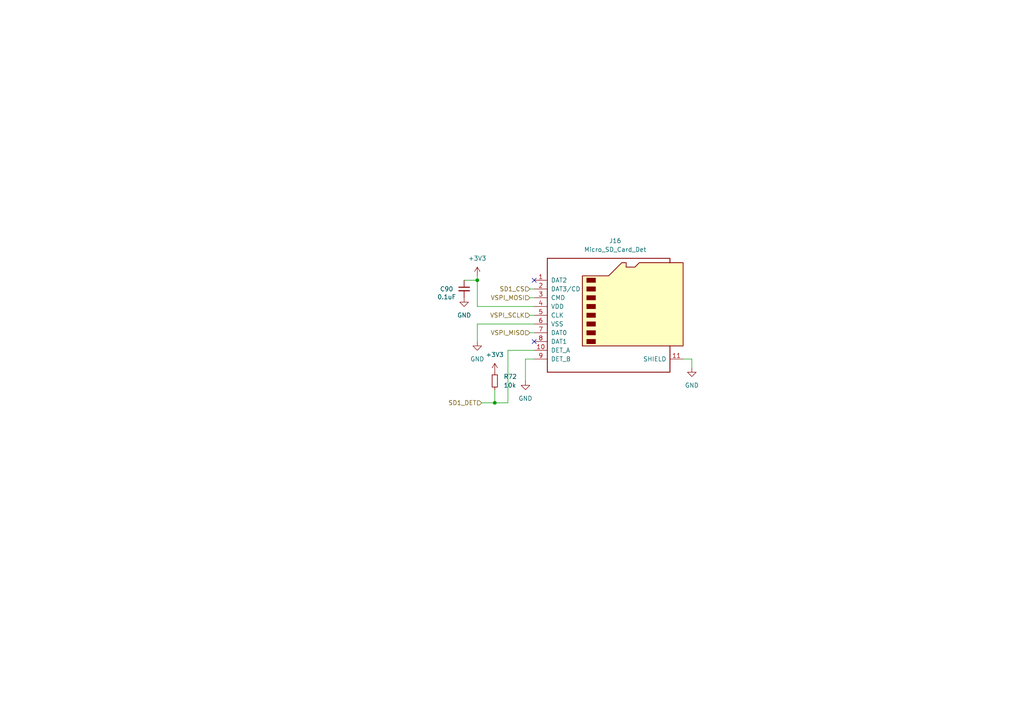
<source format=kicad_sch>
(kicad_sch (version 20240417) (generator "eeschema") (generator_version "8.99")
  (paper "A4")
  (lib_symbols
    (symbol "Connector:Micro_SD_Card_Det" (pin_names (offset 1.016))
      (property "Reference" "J" (at -16.51 17.78 0))
      (property "Value" "Micro_SD_Card_Det" (at 16.51 17.78 0))
      (symbol "Micro_SD_Card_Det_0_1"
        (polyline (pts (xy -8.89 -8.89) (xy -8.89 11.43) (xy -1.27 11.43) (xy 2.54 15.24) (xy 3.81 15.24) (xy 3.81 13.97) (xy 6.35 13.97) (xy 7.62 15.24) (xy 20.32 15.24) (xy 20.32 -8.89) (xy -8.89 -8.89)) (stroke (width 0.254)) (fill (type background)))
        (rectangle (start -7.62 10.795) (end -5.08 9.525) (fill (type outline)))
        (rectangle (start -7.62 8.255) (end -5.08 6.985) (fill (type outline)))
        (rectangle (start -7.62 5.715) (end -5.08 4.445) (fill (type outline)))
        (rectangle (start -7.62 3.175) (end -5.08 1.905) (fill (type outline)))
        (rectangle (start -7.62 0.635) (end -5.08 -0.635) (fill (type outline)))
        (rectangle (start -7.62 -1.905) (end -5.08 -3.175) (fill (type outline)))
        (rectangle (start -7.62 -4.445) (end -5.08 -5.715) (fill (type outline)))
        (rectangle (start -7.62 -6.985) (end -5.08 -8.255) (fill (type outline)))
        (polyline (pts (xy 16.51 15.24) (xy 16.51 16.51) (xy -19.05 16.51) (xy -19.05 -16.51) (xy 16.51 -16.51) (xy 16.51 -8.89)) (stroke (width 0.254)))
      )
      (symbol "Micro_SD_Card_Det_1_1"
        (pin bidirectional line (at -22.86 10.16 0) (length 3.81) (name "DAT2") (number "1"))
        (pin passive line (at -22.86 -10.16 0) (length 3.81) (name "DET_A") (number "10"))
        (pin passive line (at 20.32 -12.7 180) (length 3.81) (name "SHIELD") (number "11"))
        (pin bidirectional line (at -22.86 7.62 0) (length 3.81) (name "DAT3/CD") (number "2"))
        (pin input line (at -22.86 5.08 0) (length 3.81) (name "CMD") (number "3"))
        (pin power_in line (at -22.86 2.54 0) (length 3.81) (name "VDD") (number "4"))
        (pin input line (at -22.86 0 0) (length 3.81) (name "CLK") (number "5"))
        (pin power_in line (at -22.86 -2.54 0) (length 3.81) (name "VSS") (number "6"))
        (pin bidirectional line (at -22.86 -5.08 0) (length 3.81) (name "DAT0") (number "7"))
        (pin bidirectional line (at -22.86 -7.62 0) (length 3.81) (name "DAT1") (number "8"))
        (pin passive line (at -22.86 -12.7 0) (length 3.81) (name "DET_B") (number "9"))
      )
    )
    (symbol "Device:C_Small" (pin_numbers hide) (pin_names (offset 0.254) hide)
      (property "Reference" "C" (at 0.254 1.778 0))
      (property "Value" "C_Small" (at 0.254 -2.032 0))
      (symbol "C_Small_0_1"
        (polyline (pts (xy -1.524 0.508) (xy 1.524 0.508)) (stroke (width 0.3048)))
        (polyline (pts (xy -1.524 -0.508) (xy 1.524 -0.508)) (stroke (width 0.3302)))
      )
      (symbol "C_Small_1_1"
        (pin passive line (at 0 2.54 270) (length 2.032) (name "~") (number "1"))
        (pin passive line (at 0 -2.54 90) (length 2.032) (name "~") (number "2"))
      )
    )
    (symbol "Device:R_Small" (pin_numbers hide) (pin_names (offset 0.254) hide)
      (property "Reference" "R" (at 0.762 0.508 0))
      (property "Value" "R_Small" (at 0.762 -1.016 0))
      (symbol "R_Small_0_1"
        (rectangle (start -0.762 1.778) (end 0.762 -1.778) (stroke (width 0.2032)))
      )
      (symbol "R_Small_1_1"
        (pin passive line (at 0 2.54 270) (length 0.762) (name "~") (number "1"))
        (pin passive line (at 0 -2.54 90) (length 0.762) (name "~") (number "2"))
      )
    )
    (symbol "power:+3.3V" (power) (pin_names (offset 0))
      (property "Value" "+3.3V" (at 0 3.556 0))
      (symbol "+3.3V_0_1"
        (polyline (pts (xy -0.762 1.27) (xy 0 2.54)))
        (polyline (pts (xy 0 2.54) (xy 0.762 1.27)))
        (polyline (pts (xy 0 0) (xy 0 2.54)))
      )
      (symbol "+3.3V_1_1"
        (pin power_in line (at 0 0 90) (length 0) hide (name "+3V3") (number "1"))
      )
    )
    (symbol "power:GND" (power) (pin_names (offset 0))
      (property "Value" "GND" (at 0 -3.81 0))
      (symbol "GND_0_1"
        (polyline (pts (xy 0 0) (xy 0 -1.27) (xy 1.27 -1.27) (xy 0 -2.54) (xy -1.27 -1.27) (xy 0 -1.27)))
      )
      (symbol "GND_1_1"
        (pin power_in line (at 0 0 270) (length 0) hide (name "GND") (number "1"))
      )
    )
  )
  (junction (at 138.43 81.28))
  (junction (at 143.51 116.84))
  (no_connect (at 154.94 99.06))
  (no_connect (at 154.94 81.28))
  (wire (pts (xy 152.4 104.14) (xy 152.4 110.49)))
  (wire (pts (xy 154.94 88.9) (xy 138.43 88.9)))
  (wire (pts (xy 147.32 101.6) (xy 147.32 116.84)))
  (wire (pts (xy 200.66 104.14) (xy 200.66 106.68)))
  (wire (pts (xy 138.43 93.98) (xy 138.43 99.06)))
  (wire (pts (xy 198.12 104.14) (xy 200.66 104.14)))
  (wire (pts (xy 138.43 80.01) (xy 138.43 81.28)))
  (wire (pts (xy 153.67 91.44) (xy 154.94 91.44)))
  (wire (pts (xy 134.62 81.28) (xy 138.43 81.28)))
  (wire (pts (xy 139.7 116.84) (xy 143.51 116.84)))
  (wire (pts (xy 153.67 96.52) (xy 154.94 96.52)))
  (wire (pts (xy 154.94 104.14) (xy 152.4 104.14)))
  (wire (pts (xy 154.94 101.6) (xy 147.32 101.6)))
  (wire (pts (xy 138.43 81.28) (xy 138.43 88.9)))
  (wire (pts (xy 153.67 83.82) (xy 154.94 83.82)))
  (wire (pts (xy 147.32 116.84) (xy 143.51 116.84)))
  (wire (pts (xy 154.94 93.98) (xy 138.43 93.98)))
  (wire (pts (xy 153.67 86.36) (xy 154.94 86.36)))
  (wire (pts (xy 143.51 113.03) (xy 143.51 116.84)))
  (hierarchical_label "VSPI_MISO" (shape input) (at 153.67 96.52 180))
  (hierarchical_label "VSPI_MOSI" (shape input) (at 153.67 86.36 180))
  (hierarchical_label "VSPI_SCLK" (shape input) (at 153.67 91.44 180))
  (hierarchical_label "SD1_DET" (shape input) (at 139.7 116.84 180))
  (hierarchical_label "SD1_CS" (shape input) (at 153.67 83.82 180))
  (symbol (lib_id "Device:C_Small") (at 134.62 83.82 0) (unit 1)
    (property "Reference" "C90" (at 129.54 83.82 0))
    (property "Value" "0.1uF" (at 129.54 86.1314 0))
    (property "Footprint" "Capacitor_SMD:C_0402_1005Metric" (effects (hide yes)))
  )
  (symbol (lib_id "power:GND") (at 134.62 86.36 0) (unit 1)
    (property "Reference" "#PWR077" (effects (hide yes)))
    (property "Value" "GND" (at 134.62 91.44 0))
  )
  (symbol (lib_id "Device:R_Small") (at 143.51 110.49 0) (unit 1)
    (property "Reference" "R72" (at 146.05 109.2199 0) (effects (justify left)))
    (property "Value" "10k" (at 146.05 111.7599 0) (effects (justify left)))
    (property "Footprint" "Resistor_SMD:R_0402_1005Metric" (effects (hide yes)))
  )
  (symbol (lib_id "power:GND") (at 152.4 110.49 0) (unit 1)
    (property "Reference" "#PWR0160" (effects (hide yes)))
    (property "Value" "GND" (at 152.4 115.57 0))
  )
  (symbol (lib_id "power:+3.3V") (at 138.43 80.01 0) (unit 1)
    (property "Reference" "#PWR0157" (effects (hide yes)))
    (property "Value" "+3V3" (at 138.43 74.93 0))
  )
  (symbol (lib_id "power:GND") (at 138.43 99.06 0) (unit 1)
    (property "Reference" "#PWR0158" (effects (hide yes)))
    (property "Value" "GND" (at 138.43 104.14 0))
  )
  (symbol (lib_id "power:+3.3V") (at 143.51 107.95 0) (unit 1)
    (property "Reference" "#PWR0159" (effects (hide yes)))
    (property "Value" "+3V3" (at 143.51 102.87 0))
  )
  (symbol (lib_id "power:GND") (at 200.66 106.68 0) (unit 1)
    (property "Reference" "#PWR0161" (effects (hide yes)))
    (property "Value" "GND" (at 200.66 111.76 0))
  )
  (symbol (lib_id "Connector:Micro_SD_Card_Det") (at 177.8 91.44 0) (unit 1)
    (property "Reference" "J16" (at 178.435 69.85 0))
    (property "Value" "Micro_SD_Card_Det" (at 178.435 72.39 0))
    (property "Footprint" "Connector_Card:microSD_HC_Hirose_DM3AT-SF-PEJM5" (effects (hide yes)))
    (property "Datasheet" "https://www.hirose.com/product/en/download_file/key_name/DM3/category/Catalog/doc_file_id/49662/?file_category_id=4&item_id=195&is_series=1" (effects (hide yes)))
  )
)
</source>
